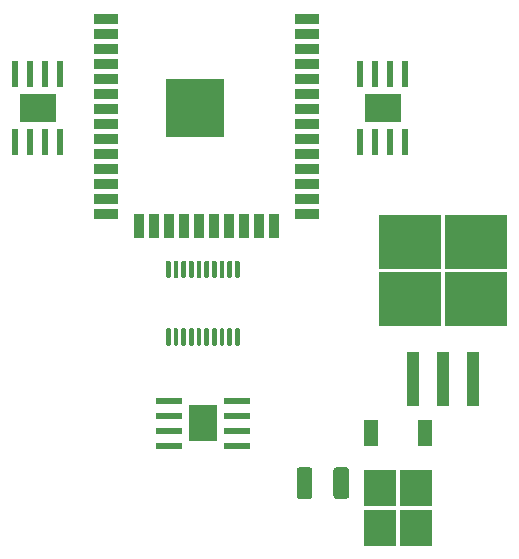
<source format=gbr>
%TF.GenerationSoftware,KiCad,Pcbnew,5.1.9+dfsg1-1*%
%TF.CreationDate,2021-08-08T23:21:56+02:00*%
%TF.ProjectId,holobot_esp32,686f6c6f-626f-4745-9f65-737033322e6b,rev?*%
%TF.SameCoordinates,Original*%
%TF.FileFunction,Paste,Top*%
%TF.FilePolarity,Positive*%
%FSLAX46Y46*%
G04 Gerber Fmt 4.6, Leading zero omitted, Abs format (unit mm)*
G04 Created by KiCad (PCBNEW 5.1.9+dfsg1-1) date 2021-08-08 23:21:56*
%MOMM*%
%LPD*%
G01*
G04 APERTURE LIST*
%ADD10R,1.200000X2.200000*%
%ADD11R,2.750000X3.050000*%
%ADD12R,5.000000X5.000000*%
%ADD13R,2.000000X0.900000*%
%ADD14R,0.900000X2.000000*%
%ADD15R,1.100000X4.600000*%
%ADD16R,5.250000X4.550000*%
%ADD17R,3.100000X2.400000*%
%ADD18R,0.500000X2.200000*%
%ADD19R,2.400000X3.100000*%
%ADD20R,2.200000X0.500000*%
G04 APERTURE END LIST*
D10*
%TO.C,D1*%
X133090000Y-113910000D03*
X128530000Y-113910000D03*
D11*
X129285000Y-121885000D03*
X132335000Y-118535000D03*
X132335000Y-121885000D03*
X129285000Y-118535000D03*
%TD*%
D12*
%TO.C,U1*%
X113605001Y-86310001D03*
D13*
X106105001Y-78810001D03*
X106105001Y-80080001D03*
X106105001Y-81350001D03*
X106105001Y-82620001D03*
X106105001Y-83890001D03*
X106105001Y-85160001D03*
X106105001Y-86430001D03*
X106105001Y-87700001D03*
X106105001Y-88970001D03*
X106105001Y-90240001D03*
X106105001Y-91510001D03*
X106105001Y-92780001D03*
X106105001Y-94050001D03*
X106105001Y-95320001D03*
D14*
X108890001Y-96320001D03*
X110160001Y-96320001D03*
X111430001Y-96320001D03*
X112700001Y-96320001D03*
X113970001Y-96320001D03*
X115240001Y-96320001D03*
X116510001Y-96320001D03*
X117780001Y-96320001D03*
X119050001Y-96320001D03*
X120320001Y-96320001D03*
D13*
X123105001Y-95320001D03*
X123105001Y-94050001D03*
X123105001Y-92780001D03*
X123105001Y-91510001D03*
X123105001Y-90240001D03*
X123105001Y-88970001D03*
X123105001Y-87700001D03*
X123105001Y-86430001D03*
X123105001Y-85160001D03*
X123105001Y-83890001D03*
X123105001Y-82620001D03*
X123105001Y-81350001D03*
X123105001Y-80080001D03*
X123105001Y-78810001D03*
%TD*%
D15*
%TO.C,U2*%
X132080000Y-109280000D03*
X134620000Y-109280000D03*
X137160000Y-109280000D03*
D16*
X137395000Y-97705000D03*
X131845000Y-102555000D03*
X131845000Y-97705000D03*
X137395000Y-102555000D03*
%TD*%
%TO.C,U3*%
G36*
G01*
X117125000Y-99270000D02*
X117325000Y-99270000D01*
G75*
G02*
X117425000Y-99370000I0J-100000D01*
G01*
X117425000Y-100645000D01*
G75*
G02*
X117325000Y-100745000I-100000J0D01*
G01*
X117125000Y-100745000D01*
G75*
G02*
X117025000Y-100645000I0J100000D01*
G01*
X117025000Y-99370000D01*
G75*
G02*
X117125000Y-99270000I100000J0D01*
G01*
G37*
G36*
G01*
X116475000Y-99270000D02*
X116675000Y-99270000D01*
G75*
G02*
X116775000Y-99370000I0J-100000D01*
G01*
X116775000Y-100645000D01*
G75*
G02*
X116675000Y-100745000I-100000J0D01*
G01*
X116475000Y-100745000D01*
G75*
G02*
X116375000Y-100645000I0J100000D01*
G01*
X116375000Y-99370000D01*
G75*
G02*
X116475000Y-99270000I100000J0D01*
G01*
G37*
G36*
G01*
X115825000Y-99270000D02*
X116025000Y-99270000D01*
G75*
G02*
X116125000Y-99370000I0J-100000D01*
G01*
X116125000Y-100645000D01*
G75*
G02*
X116025000Y-100745000I-100000J0D01*
G01*
X115825000Y-100745000D01*
G75*
G02*
X115725000Y-100645000I0J100000D01*
G01*
X115725000Y-99370000D01*
G75*
G02*
X115825000Y-99270000I100000J0D01*
G01*
G37*
G36*
G01*
X115175000Y-99270000D02*
X115375000Y-99270000D01*
G75*
G02*
X115475000Y-99370000I0J-100000D01*
G01*
X115475000Y-100645000D01*
G75*
G02*
X115375000Y-100745000I-100000J0D01*
G01*
X115175000Y-100745000D01*
G75*
G02*
X115075000Y-100645000I0J100000D01*
G01*
X115075000Y-99370000D01*
G75*
G02*
X115175000Y-99270000I100000J0D01*
G01*
G37*
G36*
G01*
X114525000Y-99270000D02*
X114725000Y-99270000D01*
G75*
G02*
X114825000Y-99370000I0J-100000D01*
G01*
X114825000Y-100645000D01*
G75*
G02*
X114725000Y-100745000I-100000J0D01*
G01*
X114525000Y-100745000D01*
G75*
G02*
X114425000Y-100645000I0J100000D01*
G01*
X114425000Y-99370000D01*
G75*
G02*
X114525000Y-99270000I100000J0D01*
G01*
G37*
G36*
G01*
X113875000Y-99270000D02*
X114075000Y-99270000D01*
G75*
G02*
X114175000Y-99370000I0J-100000D01*
G01*
X114175000Y-100645000D01*
G75*
G02*
X114075000Y-100745000I-100000J0D01*
G01*
X113875000Y-100745000D01*
G75*
G02*
X113775000Y-100645000I0J100000D01*
G01*
X113775000Y-99370000D01*
G75*
G02*
X113875000Y-99270000I100000J0D01*
G01*
G37*
G36*
G01*
X113225000Y-99270000D02*
X113425000Y-99270000D01*
G75*
G02*
X113525000Y-99370000I0J-100000D01*
G01*
X113525000Y-100645000D01*
G75*
G02*
X113425000Y-100745000I-100000J0D01*
G01*
X113225000Y-100745000D01*
G75*
G02*
X113125000Y-100645000I0J100000D01*
G01*
X113125000Y-99370000D01*
G75*
G02*
X113225000Y-99270000I100000J0D01*
G01*
G37*
G36*
G01*
X112575000Y-99270000D02*
X112775000Y-99270000D01*
G75*
G02*
X112875000Y-99370000I0J-100000D01*
G01*
X112875000Y-100645000D01*
G75*
G02*
X112775000Y-100745000I-100000J0D01*
G01*
X112575000Y-100745000D01*
G75*
G02*
X112475000Y-100645000I0J100000D01*
G01*
X112475000Y-99370000D01*
G75*
G02*
X112575000Y-99270000I100000J0D01*
G01*
G37*
G36*
G01*
X111925000Y-99270000D02*
X112125000Y-99270000D01*
G75*
G02*
X112225000Y-99370000I0J-100000D01*
G01*
X112225000Y-100645000D01*
G75*
G02*
X112125000Y-100745000I-100000J0D01*
G01*
X111925000Y-100745000D01*
G75*
G02*
X111825000Y-100645000I0J100000D01*
G01*
X111825000Y-99370000D01*
G75*
G02*
X111925000Y-99270000I100000J0D01*
G01*
G37*
G36*
G01*
X111275000Y-99270000D02*
X111475000Y-99270000D01*
G75*
G02*
X111575000Y-99370000I0J-100000D01*
G01*
X111575000Y-100645000D01*
G75*
G02*
X111475000Y-100745000I-100000J0D01*
G01*
X111275000Y-100745000D01*
G75*
G02*
X111175000Y-100645000I0J100000D01*
G01*
X111175000Y-99370000D01*
G75*
G02*
X111275000Y-99270000I100000J0D01*
G01*
G37*
G36*
G01*
X111275000Y-104995000D02*
X111475000Y-104995000D01*
G75*
G02*
X111575000Y-105095000I0J-100000D01*
G01*
X111575000Y-106370000D01*
G75*
G02*
X111475000Y-106470000I-100000J0D01*
G01*
X111275000Y-106470000D01*
G75*
G02*
X111175000Y-106370000I0J100000D01*
G01*
X111175000Y-105095000D01*
G75*
G02*
X111275000Y-104995000I100000J0D01*
G01*
G37*
G36*
G01*
X111925000Y-104995000D02*
X112125000Y-104995000D01*
G75*
G02*
X112225000Y-105095000I0J-100000D01*
G01*
X112225000Y-106370000D01*
G75*
G02*
X112125000Y-106470000I-100000J0D01*
G01*
X111925000Y-106470000D01*
G75*
G02*
X111825000Y-106370000I0J100000D01*
G01*
X111825000Y-105095000D01*
G75*
G02*
X111925000Y-104995000I100000J0D01*
G01*
G37*
G36*
G01*
X112575000Y-104995000D02*
X112775000Y-104995000D01*
G75*
G02*
X112875000Y-105095000I0J-100000D01*
G01*
X112875000Y-106370000D01*
G75*
G02*
X112775000Y-106470000I-100000J0D01*
G01*
X112575000Y-106470000D01*
G75*
G02*
X112475000Y-106370000I0J100000D01*
G01*
X112475000Y-105095000D01*
G75*
G02*
X112575000Y-104995000I100000J0D01*
G01*
G37*
G36*
G01*
X113225000Y-104995000D02*
X113425000Y-104995000D01*
G75*
G02*
X113525000Y-105095000I0J-100000D01*
G01*
X113525000Y-106370000D01*
G75*
G02*
X113425000Y-106470000I-100000J0D01*
G01*
X113225000Y-106470000D01*
G75*
G02*
X113125000Y-106370000I0J100000D01*
G01*
X113125000Y-105095000D01*
G75*
G02*
X113225000Y-104995000I100000J0D01*
G01*
G37*
G36*
G01*
X113875000Y-104995000D02*
X114075000Y-104995000D01*
G75*
G02*
X114175000Y-105095000I0J-100000D01*
G01*
X114175000Y-106370000D01*
G75*
G02*
X114075000Y-106470000I-100000J0D01*
G01*
X113875000Y-106470000D01*
G75*
G02*
X113775000Y-106370000I0J100000D01*
G01*
X113775000Y-105095000D01*
G75*
G02*
X113875000Y-104995000I100000J0D01*
G01*
G37*
G36*
G01*
X114525000Y-104995000D02*
X114725000Y-104995000D01*
G75*
G02*
X114825000Y-105095000I0J-100000D01*
G01*
X114825000Y-106370000D01*
G75*
G02*
X114725000Y-106470000I-100000J0D01*
G01*
X114525000Y-106470000D01*
G75*
G02*
X114425000Y-106370000I0J100000D01*
G01*
X114425000Y-105095000D01*
G75*
G02*
X114525000Y-104995000I100000J0D01*
G01*
G37*
G36*
G01*
X115175000Y-104995000D02*
X115375000Y-104995000D01*
G75*
G02*
X115475000Y-105095000I0J-100000D01*
G01*
X115475000Y-106370000D01*
G75*
G02*
X115375000Y-106470000I-100000J0D01*
G01*
X115175000Y-106470000D01*
G75*
G02*
X115075000Y-106370000I0J100000D01*
G01*
X115075000Y-105095000D01*
G75*
G02*
X115175000Y-104995000I100000J0D01*
G01*
G37*
G36*
G01*
X115825000Y-104995000D02*
X116025000Y-104995000D01*
G75*
G02*
X116125000Y-105095000I0J-100000D01*
G01*
X116125000Y-106370000D01*
G75*
G02*
X116025000Y-106470000I-100000J0D01*
G01*
X115825000Y-106470000D01*
G75*
G02*
X115725000Y-106370000I0J100000D01*
G01*
X115725000Y-105095000D01*
G75*
G02*
X115825000Y-104995000I100000J0D01*
G01*
G37*
G36*
G01*
X116475000Y-104995000D02*
X116675000Y-104995000D01*
G75*
G02*
X116775000Y-105095000I0J-100000D01*
G01*
X116775000Y-106370000D01*
G75*
G02*
X116675000Y-106470000I-100000J0D01*
G01*
X116475000Y-106470000D01*
G75*
G02*
X116375000Y-106370000I0J100000D01*
G01*
X116375000Y-105095000D01*
G75*
G02*
X116475000Y-104995000I100000J0D01*
G01*
G37*
G36*
G01*
X117125000Y-104995000D02*
X117325000Y-104995000D01*
G75*
G02*
X117425000Y-105095000I0J-100000D01*
G01*
X117425000Y-106370000D01*
G75*
G02*
X117325000Y-106470000I-100000J0D01*
G01*
X117125000Y-106470000D01*
G75*
G02*
X117025000Y-106370000I0J100000D01*
G01*
X117025000Y-105095000D01*
G75*
G02*
X117125000Y-104995000I100000J0D01*
G01*
G37*
%TD*%
D17*
%TO.C,U4*%
X100330000Y-86360000D03*
D18*
X98425000Y-89235000D03*
X99695000Y-89235000D03*
X100965000Y-89235000D03*
X102235000Y-89235000D03*
X102235000Y-83485000D03*
X100965000Y-83485000D03*
X99695000Y-83485000D03*
X98425000Y-83485000D03*
%TD*%
%TO.C,U5*%
X131445000Y-89235000D03*
X130175000Y-89235000D03*
X128905000Y-89235000D03*
X127635000Y-89235000D03*
X127635000Y-83485000D03*
X128905000Y-83485000D03*
X130175000Y-83485000D03*
X131445000Y-83485000D03*
D17*
X129540000Y-86360000D03*
%TD*%
D19*
%TO.C,U6*%
X114300000Y-113030000D03*
D20*
X111425000Y-111125000D03*
X111425000Y-112395000D03*
X111425000Y-113665000D03*
X111425000Y-114935000D03*
X117175000Y-114935000D03*
X117175000Y-113665000D03*
X117175000Y-112395000D03*
X117175000Y-111125000D03*
%TD*%
%TO.C,C2*%
G36*
G01*
X126685000Y-117009999D02*
X126685000Y-119210001D01*
G75*
G02*
X126435001Y-119460000I-249999J0D01*
G01*
X125609999Y-119460000D01*
G75*
G02*
X125360000Y-119210001I0J249999D01*
G01*
X125360000Y-117009999D01*
G75*
G02*
X125609999Y-116760000I249999J0D01*
G01*
X126435001Y-116760000D01*
G75*
G02*
X126685000Y-117009999I0J-249999D01*
G01*
G37*
G36*
G01*
X123560000Y-117009999D02*
X123560000Y-119210001D01*
G75*
G02*
X123310001Y-119460000I-249999J0D01*
G01*
X122484999Y-119460000D01*
G75*
G02*
X122235000Y-119210001I0J249999D01*
G01*
X122235000Y-117009999D01*
G75*
G02*
X122484999Y-116760000I249999J0D01*
G01*
X123310001Y-116760000D01*
G75*
G02*
X123560000Y-117009999I0J-249999D01*
G01*
G37*
%TD*%
M02*

</source>
